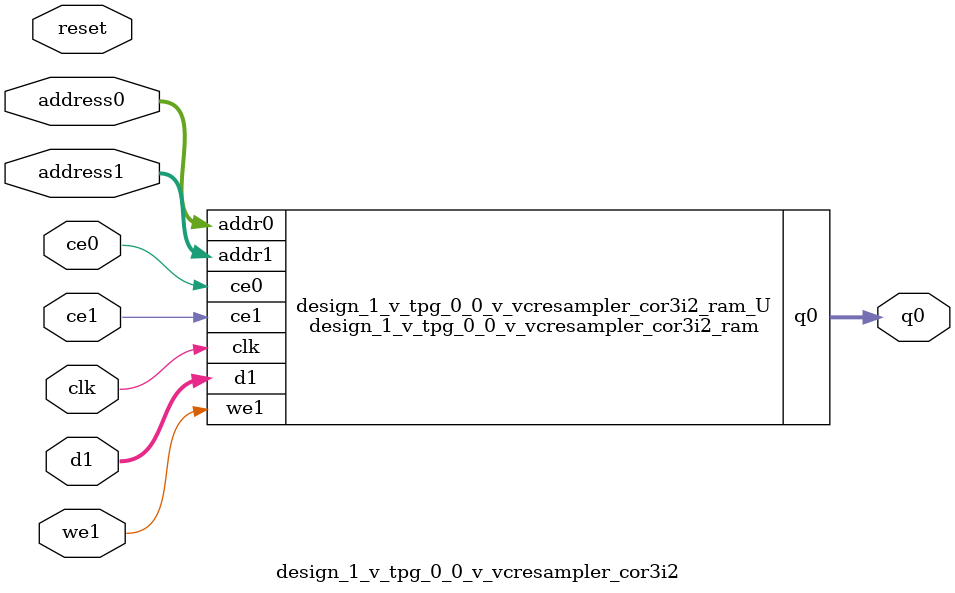
<source format=v>
`timescale 1 ns / 1 ps
module design_1_v_tpg_0_0_v_vcresampler_cor3i2_ram (addr0, ce0, q0, addr1, ce1, d1, we1,  clk);

parameter DWIDTH = 8;
parameter AWIDTH = 12;
parameter MEM_SIZE = 4096;

input[AWIDTH-1:0] addr0;
input ce0;
output reg[DWIDTH-1:0] q0;
input[AWIDTH-1:0] addr1;
input ce1;
input[DWIDTH-1:0] d1;
input we1;
input clk;

(* ram_style = "block" *)reg [DWIDTH-1:0] ram[0:MEM_SIZE-1];




always @(posedge clk)  
begin 
    if (ce0) begin
        q0 <= ram[addr0];
    end
end


always @(posedge clk)  
begin 
    if (ce1) begin
        if (we1) 
            ram[addr1] <= d1; 
    end
end


endmodule

`timescale 1 ns / 1 ps
module design_1_v_tpg_0_0_v_vcresampler_cor3i2(
    reset,
    clk,
    address0,
    ce0,
    q0,
    address1,
    ce1,
    we1,
    d1);

parameter DataWidth = 32'd8;
parameter AddressRange = 32'd4096;
parameter AddressWidth = 32'd12;
input reset;
input clk;
input[AddressWidth - 1:0] address0;
input ce0;
output[DataWidth - 1:0] q0;
input[AddressWidth - 1:0] address1;
input ce1;
input we1;
input[DataWidth - 1:0] d1;



design_1_v_tpg_0_0_v_vcresampler_cor3i2_ram design_1_v_tpg_0_0_v_vcresampler_cor3i2_ram_U(
    .clk( clk ),
    .addr0( address0 ),
    .ce0( ce0 ),
    .q0( q0 ),
    .addr1( address1 ),
    .ce1( ce1 ),
    .we1( we1 ),
    .d1( d1 ));

endmodule


</source>
